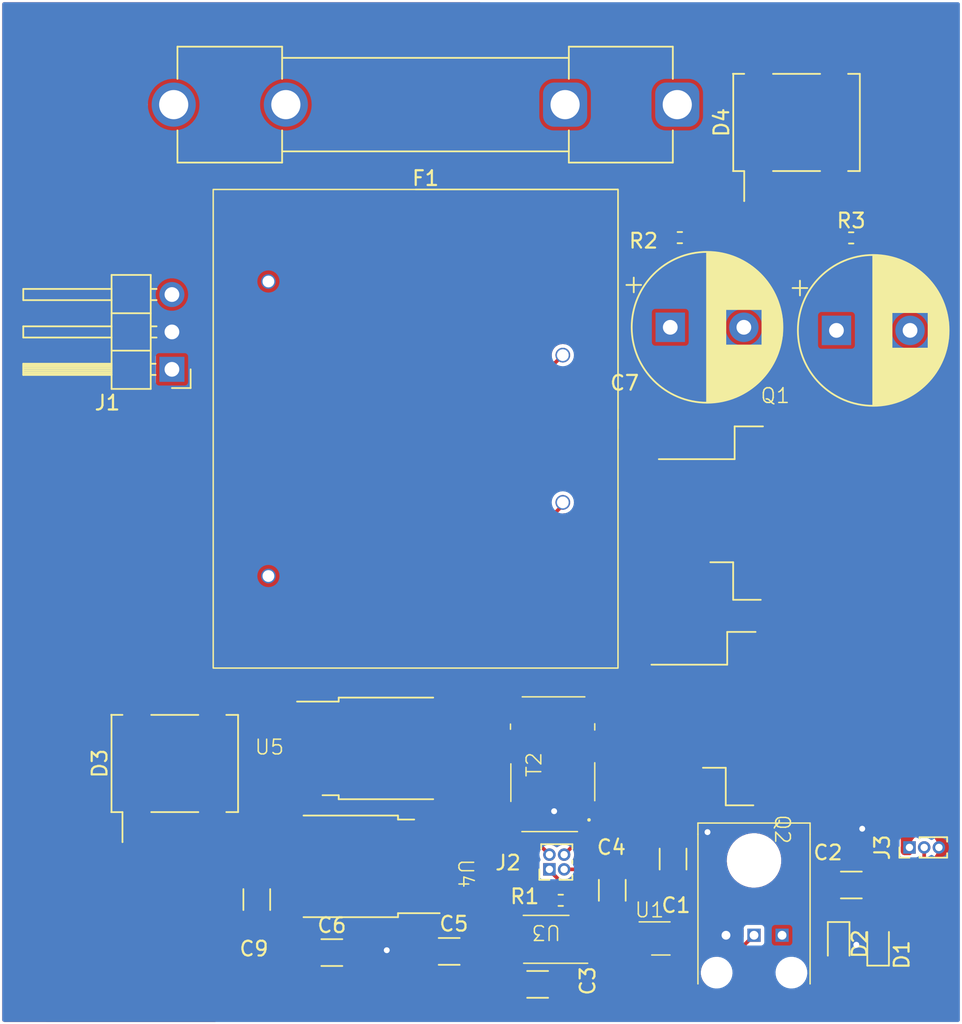
<source format=kicad_pcb>
(kicad_pcb (version 20221018) (generator pcbnew)
  (layers (0 "F.Cu" signal) (31 "B.Cu" signal) (34 "B.Paste" user) (35 "F.Paste" user) (36 "B.SilkS" user "B.Silkscreen") (37 "F.SilkS" user "F.Silkscreen") (38 "B.Mask" user) (39 "F.Mask" user) (44 "Edge.Cuts" user))
  (net 0 "")
  (net 1 "+5V")
  (net 2 "GND")
  (net 3 "+15V")
  (net 4 "Net-(U3-OUTA)")
  (net 5 "Net-(J2-Pin_3)")
  (net 6 "VOUT")
  (net 7 "Net-(D4-+)")
  (net 8 "Net-(J3-Pin_3)")
  (net 9 "Net-(D4--)")
  (net 10 "ANT")
  (net 11 "Net-(T1-SA)")
  (net 12 "Net-(T1-SB)")
  (net 13 "HOT")
  (net 14 "Net-(D4-Pad4)")
  (net 15 "NTRL")
  (net 16 "Net-(J2-Pin_1)")
  (net 17 "Net-(J2-Pin_2)")
  (net 18 "Net-(J2-Pin_4)")
  (net 19 "Net-(J3-Pin_1)")
  (net 20 "Net-(Q1-Pad1)")
  (net 21 "Net-(Q2-Pad1)")
  (net 22 "Net-(U3-OUTB)")
  (net 23 "Net-(U1-1Y)")
  (net 24 "Net-(U1-2Y)")
  (net 25 "Net-(U2-OUT)")
  (footprint "TeslaCoil_JDG:AS3010-U-0100-120-S" (layer "F.Cu") (at 104.42 82.18)
    (fp_text reference "T1" hide)
    (fp_text value "Transformer_1P_1S")
    (pad "1" thru_hole circle (at -10 -10) (size 1 1) (drill 0.8) (layers "*.Cu" "*.Mask") (net 13 "HOT"))
    (pad "2" thru_hole circle (at -10 10) (size 1 1) (drill 0.8) (layers "*.Cu" "*.Mask") (net 15 "NTRL"))
    (pad "3" thru_hole circle (at 10 5) (size 1 1) (drill 0.8) (layers "*.Cu" "*.Mask") (net 11 "Net-(T1-SA)"))
    (pad "4" thru_hole circle (at 10 -5) (size 1 1) (drill 0.8) (layers "*.Cu" "*.Mask") (net 12 "Net-(T1-SB)"))
  )
  (footprint "Diode_SMD:Diode_Bridge_Vishay_DFS" (layer "F.Cu") (at 130.3 61.38 90)
    (fp_text reference "D4" (at 0 -5.1 90) (layer "F.SilkS"))
    (fp_text value "DF206S-G")
    (pad "1" smd rect (at -4.37 -2.55 90) (size 2 1.5) (layers "F.Cu" "F.Paste" "F.Mask") (net 7 "Net-(D4-+)"))
    (pad "2" smd rect (at -4.37 2.55 90) (size 2 1.5) (layers "F.Cu" "F.Paste" "F.Mask") (net 9 "Net-(D4--)"))
    (pad "3" smd rect (at 4.37 2.55 90) (size 2 1.5) (layers "F.Cu" "F.Paste" "F.Mask") (net 13 "HOT"))
    (pad "4" smd rect (at 4.37 -2.55 90) (size 2 1.5) (layers "F.Cu" "F.Paste" "F.Mask") (net 14 "Net-(D4-Pad4)"))
  )
  (footprint "Capacitor_SMD:C_1206_3216Metric" (layer "F.Cu") (at 106.7 117.67)
    (fp_text reference "C5" (at 0.32 -1.87) (layer "F.SilkS"))
    (fp_text value "100u")
    (pad "1" smd roundrect (at -1.475 0) (size 1.15 1.8) (layers "F.Cu" "F.Paste" "F.Mask") (roundrect_rratio 0.217391) (net 6 "VOUT"))
    (pad "2" smd roundrect (at 1.475 0) (size 1.15 1.8) (layers "F.Cu" "F.Paste" "F.Mask") (roundrect_rratio 0.217391) (net 2 "GND"))
  )
  (footprint "Connector_PinHeader_1.00mm:PinHeader_1x03_P1.00mm_Vertical" (layer "F.Cu") (at 137.97 110.61 90)
    (fp_text reference "J3" (at 0 -1.85 90) (layer "F.SilkS"))
    (fp_text value "Conn_01x03_Pin" hide)
    (pad "1" thru_hole rect (at 0 0 90) (size 0.85 0.85) (drill 0.5) (layers "*.Cu" "*.Mask") (net 19 "Net-(J3-Pin_1)"))
    (pad "2" thru_hole oval (at 0 1 90) (size 0.85 0.85) (drill 0.5) (layers "*.Cu" "*.Mask") (net 10 "ANT"))
    (pad "3" thru_hole oval (at 0 2 90) (size 0.85 0.85) (drill 0.5) (layers "*.Cu" "*.Mask") (net 8 "Net-(J3-Pin_3)"))
  )
  (footprint "Connector_PinHeader_1.00mm:PinHeader_2x02_P1.00mm_Vertical" (layer "F.Cu") (at 113.51 112.1 90)
    (fp_text reference "J2" (at 0.45 -2.81) (layer "F.SilkS"))
    (fp_text value "Conn_02x02_Counter_Clockwise" hide)
    (pad "1" thru_hole rect (at 0 0 90) (size 0.85 0.85) (drill 0.5) (layers "*.Cu" "*.Mask") (net 16 "Net-(J2-Pin_1)"))
    (pad "2" thru_hole oval (at 1 0 90) (size 0.85 0.85) (drill 0.5) (layers "*.Cu" "*.Mask") (net 17 "Net-(J2-Pin_2)"))
    (pad "3" thru_hole oval (at 0 1 90) (size 0.85 0.85) (drill 0.5) (layers "*.Cu" "*.Mask") (net 5 "Net-(J2-Pin_3)"))
    (pad "4" thru_hole oval (at 1 1 90) (size 0.85 0.85) (drill 0.5) (layers "*.Cu" "*.Mask") (net 18 "Net-(J2-Pin_4)"))
  )
  (footprint "TeslaCoil_JDG:STGB19NC60KDT4" (layer "F.Cu") (at 129.4425 87.895)
    (fp_text reference "Q1" (at -0.59 -7.96 unlocked) (layer "F.SilkS") (effects (font (thickness 0.1))))
    (fp_text value "~" hide)
    (pad "1" smd roundrect (at -6.7125 -2.565) (size 3.5 1.6) (layers "F.Cu" "F.Paste" "F.Mask") (roundrect_rratio 0.227273) (net 20 "Net-(Q1-Pad1)"))
    (pad "2" smd roundrect (at 3.5625 -0.025) (size 9.75 12.2) (layers "F.Cu" "F.Mask") (roundrect_rratio 0.026596) (net 7 "Net-(D4-+)"))
    (pad "3" smd roundrect (at -6.7125 2.515) (size 3.5 1.6) (layers "F.Cu" "F.Paste" "F.Mask") (roundrect_rratio 0.227273) (net 19 "Net-(J3-Pin_1)"))
  )
  (footprint "Capacitor_SMD:C_1206_3216Metric" (layer "F.Cu") (at 112.71 119.91)
    (fp_text reference "C3" (at 3.4 -0.24 90) (layer "F.SilkS"))
    (fp_text value "1u" hide)
    (pad "1" smd roundrect (at -1.475 0) (size 1.15 1.8) (layers "F.Cu" "F.Paste" "F.Mask") (roundrect_rratio 0.217391) (net 3 "+15V"))
    (pad "2" smd roundrect (at 1.475 0) (size 1.15 1.8) (layers "F.Cu" "F.Paste" "F.Mask") (roundrect_rratio 0.217391) (net 2 "GND"))
  )
  (footprint "Capacitor_SMD:C_1206_3216Metric" (layer "F.Cu") (at 117.78 113.52 90)
    (fp_text reference "C4" (at 2.92 -0.06 180) (layer "F.SilkS"))
    (fp_text value "1u" hide)
    (pad "1" smd roundrect (at -1.475 0 90) (size 1.15 1.8) (layers "F.Cu" "F.Paste" "F.Mask") (roundrect_rratio 0.217391) (net 4 "Net-(U3-OUTA)"))
    (pad "2" smd roundrect (at 1.475 0 90) (size 1.15 1.8) (layers "F.Cu" "F.Paste" "F.Mask") (roundrect_rratio 0.217391) (net 5 "Net-(J2-Pin_3)"))
  )
  (footprint "Resistor_SMD:R_0402_1005Metric" (layer "F.Cu") (at 114.28 114.2)
    (fp_text reference "R1" (at -2.45 -0.26) (layer "F.SilkS"))
    (fp_text value "4.7" hide)
    (pad "1" smd roundrect (at -0.51 0) (size 0.54 0.64) (layers "F.Cu" "F.Paste" "F.Mask") (net 22 "Net-(U3-OUTB)"))
    (pad "2" smd roundrect (at 0.51 0) (size 0.54 0.64) (layers "F.Cu" "F.Paste" "F.Mask") (net 16 "Net-(J2-Pin_1)"))
  )
  (footprint "Fuse:Fuseholder_Clip-6.3x32mm_Littelfuse_102_122_Inline_P34.21x7.62mm_D1.98mm_Horizontal" (layer "F.Cu") (at 122.195 60.17 180)
    (fp_text reference "F1" (at 17.1 -5) (layer "F.SilkS"))
    (fp_text value "4A")
    (pad "1" thru_hole roundrect (at 0 0 180) (size 3 3) (drill 1.98) (layers "*.Cu" "*.Mask") (net 14 "Net-(D4-Pad4)"))
    (pad "1" thru_hole roundrect (at 7.62 0 180) (size 3 3) (drill 1.98) (layers "*.Cu" "*.Mask") (net 14 "Net-(D4-Pad4)"))
    (pad "2" thru_hole circle (at 26.59 0 180) (size 3 3) (drill 1.98) (layers "*.Cu" "*.Mask") (net 15 "NTRL"))
    (pad "2" thru_hole circle (at 34.21 0 180) (size 3 3) (drill 1.98) (layers "*.Cu" "*.Mask") (net 15 "NTRL"))
  )
  (footprint "TeslaCoil_JDG:L7805ABD2T-TR" (layer "F.Cu") (at 100.965 111.895 180)
    (fp_text reference "U4" (at -6.855 -0.485 270 unlocked) (layer "F.SilkS") (effects (font (thickness 0.1))))
    (fp_text value "7815L" hide)
    (pad "1" smd roundrect (at -3.99 -2.286 180) (size 2.8 1.5) (layers "F.Cu" "F.Paste" "F.Mask") (roundrect_rratio 0.208333) (net 6 "VOUT"))
    (pad "2" smd roundrect (at 2.26 0 180) (size 6.1 6.3) (layers "F.Cu" "F.Mask") (roundrect_rratio 0.043103) (net 2 "GND"))
    (pad "3" smd roundrect (at -3.99 2.286 180) (size 2.8 1.5) (layers "F.Cu" "F.Paste" "F.Mask") (roundrect_rratio 0.208333) (net 3 "+15V"))
  )
  (footprint "TeslaCoil_JDG:SN74LVC2G14-Q1" (layer "F.Cu") (at 121.08 116.84 -90)
    (fp_text reference "U1" (at -1.98 0.77 unlocked) (layer "F.SilkS") (effects (font (thickness 0.1))))
    (fp_text value "~" hide)
    (pad "1" smd rect (at -0.65 1.1 270) (size 0.35 0.85) (layers "F.Cu" "F.Paste" "F.Mask") (net 10 "ANT"))
    (pad "2" smd rect (at 0 1.1 270) (size 0.35 0.85) (layers "F.Cu" "F.Paste" "F.Mask") (net 2 "GND"))
    (pad "3" smd rect (at 0.65 1.1 270) (size 0.35 0.85) (layers "F.Cu" "F.Paste" "F.Mask") (net 23 "Net-(U1-1Y)"))
    (pad "4" smd rect (at 0.65 -1.1 270) (size 0.35 0.85) (layers "F.Cu" "F.Paste" "F.Mask") (net 24 "Net-(U1-2Y)"))
    (pad "5" smd rect (at 0 -1.1 270) (size 0.35 0.85) (layers "F.Cu" "F.Paste" "F.Mask") (net 1 "+5V"))
    (pad "6" smd rect (at -0.65 -1.1 270) (size 0.35 0.85) (layers "F.Cu" "F.Paste" "F.Mask") (net 23 "Net-(U1-1Y)"))
  )
  (footprint "Capacitor_SMD:C_1206_3216Metric" (layer "F.Cu") (at 98.73 117.75)
    (fp_text reference "C6" (at 0 -1.85) (layer "F.SilkS"))
    (fp_text value "100u" hide)
    (pad "1" smd roundrect (at -1.475 0) (size 1.15 1.8) (layers "F.Cu" "F.Paste" "F.Mask") (roundrect_rratio 0.217391) (net 3 "+15V"))
    (pad "2" smd roundrect (at 1.475 0) (size 1.15 1.8) (layers "F.Cu" "F.Paste" "F.Mask") (roundrect_rratio 0.217391) (net 2 "GND"))
  )
  (footprint "Resistor_SMD:R_0402_1005Metric" (layer "F.Cu") (at 134.01 69.22)
    (fp_text reference "R3" (at 0 -1.17) (layer "F.SilkS"))
    (fp_text value "100k" hide)
    (pad "1" smd roundrect (at -0.51 0) (size 0.54 0.64) (layers "F.Cu" "F.Paste" "F.Mask") (net 8 "Net-(J3-Pin_3)"))
    (pad "2" smd roundrect (at 0.51 0) (size 0.54 0.64) (layers "F.Cu" "F.Paste" "F.Mask") (net 9 "Net-(D4--)"))
  )
  (footprint "Diode_SMD:D_0603_1608Metric" (layer "F.Cu") (at 135.84 117.15 90)
    (fp_text reference "D1" (at -0.75 1.61 90) (layer "F.SilkS"))
    (fp_text value "D" hide)
    (pad "1" smd roundrect (at -0.7875 0 90) (size 0.875 0.95) (layers "F.Cu" "F.Paste" "F.Mask") (net 1 "+5V"))
    (pad "2" smd roundrect (at 0.7875 0 90) (size 0.875 0.95) (layers "F.Cu" "F.Paste" "F.Mask") (net 10 "ANT"))
  )
  (footprint "Capacitor_SMD:C_1206_3216Metric" (layer "F.Cu") (at 93.63 114.15 -90)
    (fp_text reference "C9" (at 3.34 0.19 -180) (layer "F.SilkS"))
    (fp_text value "100u" hide)
    (pad "1" smd roundrect (at -1.475 0 270) (size 1.15 1.8) (layers "F.Cu" "F.Paste" "F.Mask") (roundrect_rratio 0.217391) (net 1 "+5V"))
    (pad "2" smd roundrect (at 1.475 0 270) (size 1.15 1.8) (layers "F.Cu" "F.Paste" "F.Mask") (roundrect_rratio 0.217391) (net 2 "GND"))
  )
  (footprint "TeslaCoil_JDG:UCC27425" (layer "F.Cu") (at 113.26 116.925 180)
    (fp_text reference "U3" (at -0.0375 0.54 180 unlocked) (layer "F.SilkS") (effects (font (thickness 0.1))))
    (fp_text value "~" hide)
    (pad "1" smd roundrect (at -2.2 -0.955 270) (size 0.45 1.4) (layers "*.Mask" "F.Cu" "F.Paste") (net 25 "Net-(U2-OUT)"))
    (pad "2" smd roundrect (at -2.2 -0.305 270) (size 0.45 1.4) (layers "*.Mask" "F.Cu" "F.Paste") (net 24 "Net-(U1-2Y)"))
    (pad "3" smd roundrect (at -2.2 0.345 270) (size 0.45 1.4) (layers "F.Cu" "F.Paste" "F.Mask") (net 2 "GND"))
    (pad "4" smd roundrect (at -2.2 0.995 270) (size 0.45 1.4) (layers "*.Mask" "F.Cu" "F.Paste") (net 24 "Net-(U1-2Y)"))
    (pad "5" smd roundrect (at 2.2 0.995 270) (size 0.45 1.4) (layers "*.Mask" "F.Cu" "F.Paste") (net 22 "Net-(U3-OUTB)"))
    (pad "6" smd roundrect (at 2.2 0.345 270) (size 0.45 1.4) (layers "*.Mask" "F.Cu" "F.Paste") (net 3 "+15V"))
    (pad "7" smd roundrect (at 2.2 -0.305 270) (size 0.45 1.4) (layers "*.Mask" "F.Cu" "F.Paste") (net 4 "Net-(U3-OUTA)"))
    (pad "8" smd roundrect (at 2.2 -0.955 270) (size 0.45 1.4) (layers "F.Cu" "F.Paste" "B.Mask") (net 25 "Net-(U2-OUT)"))
  )
  (footprint "Capacitor_THT:CP_Radial_D10.0mm_P5.00mm" (layer "F.Cu") (at 121.72 75.29)
    (fp_text reference "C7" (at -3.102323 3.78) (layer "F.SilkS"))
    (fp_text value "47u" hide)
    (pad "1" thru_hole rect (at 0 0) (size 2 2) (drill 1) (layers "*.Cu" "*.Mask") (net 7 "Net-(D4-+)"))
    (pad "2" thru_hole circle (at 5 0) (size 2 2) (drill 1) (layers "*.Cu" "*.Mask") (net 8 "Net-(J3-Pin_3)"))
  )
  (footprint "TeslaCoil_JDG:L7805ABD2T-TR" (layer "F.Cu") (at 101.455 103.885)
    (fp_text reference "U5" (at -6.965 -0.085 unlocked) (layer "F.SilkS") (effects (font (thickness 0.1))))
    (fp_text value "78L05Z" hide)
    (pad "1" smd roundrect (at -3.99 -2.286) (size 2.8 1.5) (layers "F.Cu" "F.Paste" "F.Mask") (roundrect_rratio 0.208333) (net 6 "VOUT"))
    (pad "2" smd roundrect (at 2.26 0) (size 6.1 6.3) (layers "F.Cu" "F.Mask") (roundrect_rratio 0.043103) (net 2 "GND"))
    (pad "3" smd roundrect (at -3.99 2.286) (size 2.8 1.5) (layers "F.Cu" "F.Paste" "F.Mask") (roundrect_rratio 0.208333) (net 1 "+5V"))
  )
  (footprint "TeslaCoil_JDG:STGB19NC60KDT4" (layer "F.Cu") (at 128.94 101.85)
    (fp_text reference "Q2" (at 0.4 7.53 -90 unlocked) (layer "F.SilkS") (effects (font (thickness 0.1))))
    (fp_text value "~" hide)
    (pad "1" smd roundrect (at -6.7125 -2.565) (size 3.5 1.6) (layers "F.Cu" "F.Paste" "F.Mask") (roundrect_rratio 0.227273) (net 21 "Net-(Q2-Pad1)"))
    (pad "2" smd roundrect (at 3.5625 -0.025) (size 9.75 12.2) (layers "F.Cu" "F.Mask") (roundrect_rratio 0.026596) (net 19 "Net-(J3-Pin_1)"))
    (pad "3" smd roundrect (at -6.7125 2.515) (size 3.5 1.6) (layers "F.Cu" "F.Paste" "F.Mask") (roundrect_rratio 0.227273) (net 9 "Net-(D4--)"))
  )
  (footprint "Capacitor_THT:CP_Radial_D10.0mm_P5.00mm" (layer "F.Cu") (at 133.01 75.5)
    (fp_text reference "C8" hide)
    (fp_text value "47u" hide)
    (pad "1" thru_hole rect (at 0 0) (size 2 2) (drill 1) (layers "*.Cu" "*.Mask") (net 8 "Net-(J3-Pin_3)"))
    (pad "2" thru_hole circle (at 5 0) (size 2 2) (drill 1) (layers "*.Cu" "*.Mask") (net 9 "Net-(D4--)"))
  )
  (footprint "Resistor_SMD:R_0402_1005Metric" (layer "F.Cu") (at 122.37 69.2)
    (fp_text reference "R2" (at -2.47 0.22) (layer "F.SilkS"))
    (fp_text value "100K" hide)
    (pad "1" smd roundrect (at -0.51 0) (size 0.54 0.64) (layers "F.Cu" "F.Paste" "F.Mask") (net 7 "Net-(D4-+)"))
    (pad "2" smd roundrect (at 0.51 0) (size 0.54 0.64) (layers "F.Cu" "F.Paste" "F.Mask") (net 8 "Net-(J3-Pin_3)"))
  )
  (footprint "Diode_SMD:D_0603_1608Metric" (layer "F.Cu") (at 133.16 117.16 -90)
    (fp_text reference "D2" (at 0 -1.43 90) (layer "F.SilkS"))
    (fp_text value "D" hide)
    (pad "1" smd roundrect (at -0.7875 0 270) (size 0.875 0.95) (layers "F.Cu" "F.Paste" "F.Mask") (net 10 "ANT"))
    (pad "2" smd roundrect (at 0.7875 0 270) (size 0.875 0.95) (layers "F.Cu" "F.Paste" "F.Mask") (net 2 "GND"))
  )
  (footprint "Diode_SMD:Diode_Bridge_Vishay_DFS" (layer "F.Cu") (at 88.06 104.91 90)
    (fp_text reference "D3" (at 0 -5.1 90) (layer "F.SilkS"))
    (fp_text value "DF005s")
    (pad "1" smd rect (at -4.37 -2.55 90) (size 2 1.5) (layers "F.Cu" "F.Paste" "F.Mask") (net 6 "VOUT"))
    (pad "2" smd rect (at -4.37 2.55 90) (size 2 1.5) (layers "F.Cu" "F.Paste" "F.Mask") (net 2 "GND"))
    (pad "3" smd rect (at 4.37 2.55 90) (size 2 1.5) (layers "F.Cu" "F.Paste" "F.Mask") (net 11 "Net-(T1-SA)"))
    (pad "4" smd rect (at 4.37 -2.55 90) (size 2 1.5) (layers "F.Cu" "F.Paste" "F.Mask") (net 12 "Net-(T1-SB)"))
  )
  (footprint "Connector_PinHeader_2.54mm:PinHeader_1x03_P2.54mm_Horizontal" (layer "F.Cu") (at 87.865 78.145 180)
    (fp_text reference "J1" (at 4.385 -2.27 180) (layer "F.SilkS"))
    (fp_text value "Conn_01x03_Pin")
    (pad "1" thru_hole rect (at 0 0 180) (size 1.7 1.7) (drill 1) (layers "*.Cu" "*.Mask") (net 13 "HOT"))
    (pad "2" thru_hole oval (at 0 2.54 180) (size 1.7 1.7) (drill 1) (layers "*.Cu" "*.Mask") (net 2 "GND"))
    (pad "3" thru_hole oval (at 0 5.08 180) (size 1.7 1.7) (drill 1) (layers "*.Cu" "*.Mask") (net 15 "NTRL"))
  )
  (footprint "Capacitor_SMD:C_1206_3216Metric" (layer "F.Cu") (at 134.02 113.16)
    (fp_text reference "C2" (at -1.59 -2.2) (layer "F.SilkS"))
    (fp_text value "1u" hide)
    (pad "1" smd roundrect (at -1.475 0) (size 1.15 1.8) (layers "F.Cu" "F.Paste" "F.Mask") (roundrect_rratio 0.217391) (net 1 "+5V"))
    (pad "2" smd roundrect (at 1.475 0) (size 1.15 1.8) (layers "F.Cu" "F.Paste" "F.Mask") (roundrect_rratio 0.217391) (net 2 "GND"))
  )
  (footprint "Capacitor_SMD:C_1206_3216Metric" (layer "F.Cu") (at 121.91 111.4 90)
    (fp_text reference "C1" (at -3.14 0.2 180) (layer "F.SilkS"))
    (fp_text value "1u" hide)
    (pad "1" smd roundrect (at -1.475 0 90) (size 1.15 1.8) (layers "F.Cu" "F.Paste" "F.Mask") (roundrect_rratio 0.217391) (net 1 "+5V"))
    (pad "2" smd roundrect (at 1.475 0 90) (size 1.15 1.8) (layers "F.Cu" "F.Paste" "F.Mask") (roundrect_rratio 0.217391) (net 2 "GND"))
  )
  (footprint "TeslaCoil_JDG:IF-D95T" (layer "F.Cu") (at 127.397418 114.432948 180)
    (fp_text reference "U2" hide)
    (fp_text value "~" hide)
    (pad "" np_thru_hole circle (at -2.552582 -4.679552 180) (size 1.65 1.65) (drill 1.65) (layers "F&B.Cu" "*.Mask"))
    (pad "" np_thru_hole circle (at -0.012582 2.940448 180) (size 3.2 3.2) (drill 3.2) (layers "F&B.Cu" "*.Mask"))
    (pad "" np_thru_hole circle (at 2.527418 -4.679552 180) (size 1.65 1.65) (drill 1.65) (layers "F&B.Cu" "*.Mask"))
    (pad "1" thru_hole rect (at -1.917582 -2.139552 180) (size 0.9 0.9) (drill 0.6) (layers "*.Cu" "*.Mask") (net 1 "+5V"))
    (pad "2" thru_hole rect (at -0.012582 -2.139552 180) (size 0.9 0.9) (drill 0.6) (layers "*.Cu" "*.Mask") (net 25 "Net-(U2-OUT)"))
    (pad "3" thru_hole rect (at 1.892418 -2.139552 180) (size 0.9 0.9) (drill 0.6) (layers "*.Cu" "*.Mask") (net 2 "GND"))
  )
  (footprint "TeslaCoil_JDG:PA2002NL" (layer "F.Cu") (at 113.74 104.96 90)
    (fp_text reference "T2" (at -0.025 -1.275 90 unlocked) (layer "F.SilkS") (effects (font (thickness 0.1))))
    (fp_text value "~" hide)
    (pad "1" smd rect (at -3.81 3.49 90) (size 1.52 1.27) (layers "F.Cu" "F.Paste" "F.Mask") (net 18 "Net-(J2-Pin_4)"))
    (pad "3" smd rect (at 1.27 3.49 90) (size 1.52 1.27) (layers "F.Cu" "F.Paste") (net 19 "Net-(J3-Pin_1)"))
    (pad "4" smd rect (at 3.81 3.49 90) (size 1.52 1.27) (layers "F.Cu" "F.Paste" "F.Mask") (net 21 "Net-(Q2-Pad1)"))
    (pad "5" smd rect (at 3.81 -3.49 90) (size 1.52 1.27) (layers "F.Cu" "F.Paste" "F.Mask") (net 9 "Net-(D4--)"))
    (pad "6" smd rect (at 1.27 -3.49 90) (size 1.52 1.27) (layers "F.Cu" "F.Paste") (net 20 "Net-(Q1-Pad1)"))
    (pad "8" smd rect (at -3.81 -3.49 90) (size 1.52 1.27) (layers "F.Cu" "F.Paste" "F.Mask") (net 17 "Net-(J2-Pin_2)"))
  )
  (via (at 134.76 109.34) (size 0.8) (drill 0.4) (layers "F.Cu" "B.Cu") (net 2))
  (via (at 113.83 108.15) (size 0.8) (drill 0.4) (layers "F.Cu" "B.Cu") (net 2))
  (via (at 124.25 109.57) (size 0.8) (drill 0.4) (layers "F.Cu" "B.Cu") (net 2))
  (via (at 102.46 117.59) (size 0.8) (drill 0.4) (layers "F.Cu" "B.Cu") (net 2))
  (via (at 134.36 117.22) (size 0.8) (drill 0.4) (layers "F.Cu" "B.Cu") (net 2))
  (segment (start 111.728718 117.23) (end 111.06 117.23) (width 0.25) (layer "F.Cu") (net 4))
  (segment (start 117.78 114.995) (end 113.963718 114.995) (width 0.25) (layer "F.Cu") (net 4))
  (segment (start 113.963718 114.995) (end 111.728718 117.23) (width 0.25) (layer "F.Cu") (net 4))
  (segment (start 114.51 112.1) (end 117.725 112.1) (width 0.25) (layer "F.Cu") (net 5))
  (segment (start 117.725 112.1) (end 117.78 112.045) (width 0.25) (layer "F.Cu") (net 5))
  (segment (start 120.09 108.62) (end 119.89 108.82) (width 0.25) (layer "F.Cu") (net 10))
  (segment (start 138.97 113.2325) (end 138.97 110.61) (width 0.25) (layer "F.Cu") (net 10))
  (segment (start 133.0575 109.5175) (end 132.3075 109.5175) (width 0.25) (layer "F.Cu") (net 10))
  (segment (start 132.3075 109.5175) (end 131.41 108.62) (width 0.25) (layer "F.Cu") (net 10))
  (segment (start 133.445 115.265) (end 134.12 114.59) (width 0.25) (layer "F.Cu") (net 10))
  (segment (start 131.41 108.62) (end 120.09 108.62) (width 0.25) (layer "F.Cu") (net 10))
  (segment (start 134.12 114.59) (end 134.12 110.58) (width 0.25) (layer "F.Cu") (net 10))
  (segment (start 135.83 116.3725) (end 135.84 116.3625) (width 0.25) (layer "F.Cu") (net 10))
  (segment (start 119.98 108.91) (end 119.98 116.19) (width 0.25) (layer "F.Cu") (net 10))
  (segment (start 135.84 116.3625) (end 138.97 113.2325) (width 0.25) (layer "F.Cu") (net 10))
  (segment (start 133.16 116.3725) (end 135.83 116.3725) (width 0.25) (layer "F.Cu") (net 10))
  (segment (start 133.445 116.0875) (end 133.445 115.265) (width 0.25) (layer "F.Cu") (net 10))
  (segment (start 133.16 116.3725) (end 133.445 116.0875) (width 0.25) (layer "F.Cu") (net 10))
  (segment (start 119.89 108.82) (end 119.98 108.91) (width 0.25) (layer "F.Cu") (net 10))
  (segment (start 134.12 110.58) (end 133.0575 109.5175) (width 0.25) (layer "F.Cu") (net 10))
  (segment (start 114.42 87.37) (end 114.42 87.18) (width 0.25) (layer "F.Cu") (net 11))
  (segment (start 94.01 97.14) (end 104.65 97.14) (width 0.25) (layer "F.Cu") (net 11))
  (segment (start 90.61 100.54) (end 94.01 97.14) (width 0.25) (layer "F.Cu") (net 11))
  (segment (start 104.65 97.14) (end 114.42 87.37) (width 0.25) (layer "F.Cu") (net 11))
  (segment (start 110.71 85.82) (end 110.71 80.89) (width 0.25) (layer "F.Cu") (net 12))
  (segment (start 85.51 100.54) (end 89.36 96.69) (width 0.25) (layer "F.Cu") (net 12))
  (segment (start 89.36 96.69) (end 91.91 96.69) (width 0.25) (layer "F.Cu") (net 12))
  (segment (start 101.35 95.18) (end 110.71 85.82) (width 0.25) (layer "F.Cu") (net 12))
  (segment (start 93.42 95.18) (end 101.35 95.18) (width 0.25) (layer "F.Cu") (net 12))
  (segment (start 91.91 96.69) (end 93.42 95.18) (width 0.25) (layer "F.Cu") (net 12))
  (segment (start 110.71 80.89) (end 114.42 77.18) (width 0.25) (layer "F.Cu") (net 12))
  (segment (start 114.79 113.440661) (end 114.79 114.2) (width 0.25) (layer "F.Cu") (net 16))
  (segment (start 113.51 112.1) (end 113.51 112.160661) (width 0.25) (layer "F.Cu") (net 16))
  (segment (start 113.51 112.160661) (end 114.79 113.440661) (width 0.25) (layer "F.Cu") (net 16))
  (segment (start 110.25 108.77) (end 111.18 108.77) (width 0.25) (layer "F.Cu") (net 17))
  (segment (start 111.18 108.77) (end 113.51 111.1) (width 0.25) (layer "F.Cu") (net 17))
  (segment (start 116.84 108.77) (end 117.23 108.77) (width 0.25) (layer "F.Cu") (net 18))
  (segment (start 114.51 111.1) (end 116.84 108.77) (width 0.25) (layer "F.Cu") (net 18))
  (segment (start 111.06 115.93) (end 112.04 115.93) (width 0.25) (layer "F.Cu") (net 22))
  (segment (start 112.04 115.93) (end 113.77 114.2) (width 0.25) (layer "F.Cu") (net 22))
  (segment (start 121.505 116.19) (end 122.18 116.19) (width 0.25) (layer "F.Cu") (net 23))
  (segment (start 119.98 117.49) (end 120.655 117.49) (width 0.25) (layer "F.Cu") (net 23))
  (segment (start 121.43 116.265) (end 121.505 116.19) (width 0.25) (layer "F.Cu") (net 23))
  (segment (start 121.43 116.715) (end 121.43 116.265) (width 0.25) (layer "F.Cu") (net 23))
  (segment (start 120.655 117.49) (end 121.43 116.715) (width 0.25) (layer "F.Cu") (net 23))
  (segment (start 115.46 115.93) (end 114.791282 115.93) (width 0.25) (layer "F.Cu") (net 24))
  (segment (start 114.435 116.925) (end 114.74 117.23) (width 0.25) (layer "F.Cu") (net 24))
  (segment (start 115.46 117.23) (end 117.69 117.23) (width 0.25) (layer "F.Cu") (net 24))
  (segment (start 114.74 117.23) (end 115.46 117.23) (width 0.25) (layer "F.Cu") (net 24))
  (segment (start 117.69 117.23) (end 118.45 117.99) (width 0.25) (layer "F.Cu") (net 24))
  (segment (start 114.435 116.286282) (end 114.435 116.925) (width 0.25) (layer "F.Cu") (net 24))
  (segment (start 121.68 117.99) (end 122.18 117.49) (width 0.25) (layer "F.Cu") (net 24))
  (segment (start 114.791282 115.93) (end 114.435 116.286282) (width 0.25) (layer "F.Cu") (net 24))
  (segment (start 118.45 117.99) (end 121.68 117.99) (width 0.25) (layer "F.Cu") (net 24))
  (segment (start 115.46 117.88) (end 111.06 117.88) (width 0.25) (layer "F.Cu") (net 25))
  (segment (start 122.36 118.44) (end 116.02 118.44) (width 0.25) (layer "F.Cu") (net 25))
  (segment (start 126.07 117.9125) (end 122.8875 117.9125) (width 0.25) (layer "F.Cu") (net 25))
  (segment (start 122.8875 117.9125) (end 122.36 118.44) (width 0.25) (layer "F.Cu") (net 25))
  (segment (start 116.02 118.44) (end 115.46 117.88) (width 0.25) (layer "F.Cu") (net 25))
  (segment (start 127.41 116.5725) (end 126.07 117.9125) (width 0.25) (layer "F.Cu") (net 25))
  (zone (net 1) (net_name "+5V") (layer "F.Cu") (priority 1) (connect_pads yes (clearance 0.3)) (min_thickness 0.25) (fill yes (thermal_gap 0.5) (thermal_bridge_width 0.5) (smoothing fillet) (radius 0.25) (island_removal_mode 1) (island_area_min 10))
    (polygon (pts (xy 98.87 105.25) (xy 98.88 107.6) (xy 94.92 107.6) (xy 94.82 113.48) (xy 92.19 113.45) (xy 92.21 121.33) (xy 123.38 121.29) (xy 123.37 120.4) (xy 128.1 120.3) (xy 128.12 115.78) (xy 123.69 115.71) (xy 123.72 116.96) (xy 121.71 117.02) (xy 121.69 116.64) (xy 123.12 116.63) (xy 123.04 113.57) (xy 120.89 113.6) (xy 120.89 112.25) (xy 124.75 112.26) (xy 124.73 114.92) (xy 130.66 114.96) (xy 130.65 111.93) (xy 133.35 111.97) (xy 133.35 114.49) (xy 131.92 114.52) (xy 131.92 118.76) (xy 135.11 118.78) (xy 135.07 117.23) (xy 136.63 117.28) (xy 136.62 119.66) (xy 131.21 119.66) (xy 131.27 117.29) (xy 128.83 117.28) (xy 128.77 122.25) (xy 91.17 122.39) (xy 91.29 111.89) (xy 94.08 111.88) (xy 94.07 105.3)))
  )
  (zone (net 20) (net_name "Net-(Q1-Pad1)") (layer "F.Cu") (priority 1) (connect_pads yes (clearance 0.5)) (min_thickness 0.25) (fill yes (thermal_gap 0.5) (thermal_bridge_width 0.5) (smoothing fillet) (radius 0.25) (island_removal_mode 1) (island_area_min 10))
    (polygon (pts (xy 109.54 102.84) (xy 109.55 105.02) (xy 115.64 105) (xy 115.78 105) (xy 115.85 105.14) (xy 115.86 99.9) (xy 119.66 99.77) (xy 119.7 86.67) (xy 125.15 86.68) (xy 125.15 83.97) (xy 117.22 84.1) (xy 117.3 98.05) (xy 113.86 98.21) (xy 113.83 100.15) (xy 113.83 100.34) (xy 112.2 100.33) (xy 112.2 102.88)))
  )
  (zone (net 3) (net_name "+15V") (layer "F.Cu") (priority 1) (connect_pads yes (clearance 0.25)) (min_thickness 0.25) (fill yes (thermal_gap 0.5) (thermal_bridge_width 0.5) (smoothing fillet) (radius 0.25) (island_removal_mode 1) (island_area_min 10))
    (polygon (pts (xy 103.48 108.73) (xy 103.48 110.4) (xy 108.61 110.4) (xy 108.64 115.49) (xy 109.2 115.37) (xy 109.22 118.93) (xy 109.16 119.22) (xy 98.15 119.5) (xy 98.21 116.3) (xy 96.15 116.27) (xy 96.1 120.83) (xy 112.08 120.85) (xy 112.06 118.74) (xy 110.1 118.72) (xy 110.1 116.82) (xy 111.8 116.82) (xy 111.82 116.34) (xy 110.11 116.36) (xy 110.05 109.88) (xy 107.02 109.87) (xy 107 108.68)))
  )
  (zone (net 9) (net_name "Net-(D4--)") (layer "F.Cu") (priority 1) (connect_pads yes (clearance 0.5)) (min_thickness 0.25) (fill yes (thermal_gap 0.5) (thermal_bridge_width 0.5) (smoothing fillet) (radius 0.25) (island_removal_mode 1) (island_area_min 10))
    (polygon (pts (xy 124.3 103.34) (xy 124.33 106.28) (xy 108.23 106.28) (xy 108.23 99.3) (xy 108.25 96.42) (xy 112.14 96.34) (xy 115.23 96.32) (xy 115.27 66.43) (xy 117.78 66.38) (xy 117.84 62.89) (xy 134.38 62.8) (xy 134.35 67.61) (xy 135.5 67.59) (xy 135.52 70.26) (xy 139.9 70.33) (xy 139.91 77.29) (xy 136.73 77.23) (xy 136.69 71.53) (xy 134.02 71.56) (xy 134 68.37) (xy 131.71 68.37) (xy 131.66 63.95) (xy 119.76 63.95) (xy 119.8 68.2) (xy 118.01 68.18) (xy 117.31 68.23) (xy 116.9 97.77) (xy 111.81 97.81) (xy 111.68 100.07) (xy 111.67 100.08) (xy 111.64 102.19) (xy 109.2 102.21) (xy 109.2 105.28) (xy 119.97 105.29) (xy 119.97 103.45)))
  )
  (zone (net 21) (net_name "Net-(Q2-Pad1)") (layer "F.Cu") (priority 1) (connect_pads yes (clearance 0.5)) (min_thickness 0.25) (fill yes (thermal_gap 0.5) (thermal_bridge_width 0.5) (smoothing fillet) (radius 0.25) (island_removal_mode 1) (island_area_min 10))
    (polygon (pts (xy 116.05 99.89) (xy 116.07 102.1) (xy 118.33 102.11) (xy 118.32 100.44) (xy 124.45 100.41) (xy 124.43 98.03) (xy 119.86 98.07) (xy 119.87 99.88)))
  )
  (zone (net 8) (net_name "Net-(J3-Pin_3)") (layer "F.Cu") (priority 1) (connect_pads yes (clearance 0.5)) (min_thickness 0.25) (fill yes (thermal_gap 0.5) (thermal_bridge_width 0.5) (smoothing fillet) (radius 0.25) (island_removal_mode 1) (island_area_min 10))
    (polygon (pts (xy 122.5 68.73) (xy 124.95 68.71) (xy 124.97 73.97) (xy 132.36 73.92) (xy 132.38 68.7) (xy 133.91 68.73) (xy 133.91 73.91) (xy 136.04 73.9) (xy 136.09 79.35) (xy 140.68 79.35) (xy 140.66 111.49) (xy 139.51 111.49) (xy 139.48 80.85) (xy 134.33 80.85) (xy 134.33 76.91) (xy 124 76.92) (xy 124 73.61) (xy 122.57 73.6)))
  )
  (zone (net 14) (net_name "Net-(D4-Pad4)") (layer "F.Cu") (priority 1) (connect_pads yes (clearance 0.5)) (min_thickness 0.25) (fill yes (thermal_gap 0.5) (thermal_bridge_width 0.5) (smoothing fillet) (radius 0.25) (island_removal_mode 1) (island_area_min 10))
    (polygon (pts (xy 112.41 58.32) (xy 112.41 62.37) (xy 125.12 62.42) (xy 125.17 58.5) (xy 129.13 58.48) (xy 129.13 55.92) (xy 112.37 55.96)))
  )
  (zone (net 19) (net_name "Net-(J3-Pin_1)") (layer "F.Cu") (priority 1) (connect_pads yes (clearance 0.5)) (min_thickness 0.25) (fill yes (thermal_gap 0.5) (thermal_bridge_width 0.5) (smoothing fillet) (radius 0.25) (island_removal_mode 1) (island_area_min 10))
    (polygon (pts (xy 116.19 102.53) (xy 116.12 104.71) (xy 118.31 104.72) (xy 118.29 102.9) (xy 127.15 102.82) (xy 127.18 107.99) (xy 137.36 107.96) (xy 137.38 111.14) (xy 138.54 111.13) (xy 138.46 95.21) (xy 124.94 95.09) (xy 124.83 88.68) (xy 120.62 88.79) (xy 120.65 95.44) (xy 120.66 96.36) (xy 125.63 96.36) (xy 125.62 101.92) (xy 118.73 101.92) (xy 118.65 102.51)))
  )
  (zone (net 13) (net_name "HOT") (layer "F.Cu") (priority 1) (connect_pads yes (clearance 0.5)) (min_thickness 0.25) (fill yes (thermal_gap 0.5) (thermal_bridge_width 0.5) (smoothing fillet) (radius 0.25) (island_removal_mode 1) (island_area_min 10))
    (polygon (pts (xy 86.7 76.96) (xy 86.7 79.57) (xy 96.5 79.58) (xy 96.46 66.54) (xy 111.26 66.62) (xy 111.36 55.86) (xy 111.36 55.63) (xy 131.31 55.59) (xy 131.32 58.22) (xy 134.34 58.18) (xy 134.33 53.45) (xy 109.27 53.58) (xy 109.23 64.8) (xy 94.27 64.87) (xy 94.29 70.45) (xy 92.85 70.45) (xy 92.9 76.98)))
  )
  (zone (net 15) (net_name "NTRL") (layer "F.Cu") (priority 1) (connect_pads yes (clearance 0.5)) (min_thickness 0.25) (fill yes (thermal_gap 0.5) (thermal_bridge_width 0.5) (smoothing fillet) (radius 0.25) (island_removal_mode 1) (island_area_min 10))
    (polygon (pts (xy 86.81 74.2) (xy 89.55 74.2) (xy 89.53 62.06) (xy 97.5 62.06) (xy 97.48 58.29) (xy 86.23 58.31) (xy 86.21 70.99) (xy 83.88 71.02) (xy 83.8 93.24) (xy 95.53 93.24) (xy 95.53 91.04) (xy 86.23 91.07) (xy 86.28 74.19)))
  )
  (zone (net 7) (net_name "Net-(D4-+)") (layer "F.Cu") (priority 1) (connect_pads yes (clearance 0.5)) (min_thickness 0.25) (fill yes (thermal_gap 0.5) (thermal_bridge_width 0.5) (smoothing fillet) (radius 0.25) (island_removal_mode 1) (island_area_min 10))
    (polygon (pts (xy 129.08 68.19) (xy 129.05 64.24) (xy 126.14 64.24) (xy 126.21 67.18) (xy 120.34 67.23) (xy 119.98 83.33) (xy 127.67 83.27) (xy 127.76 94.32) (xy 138.04 94.36) (xy 138.05 81.27) (xy 123.65 81.27) (xy 123.47 73.89) (xy 122.39 73.91) (xy 122.38 68.59) (xy 124.96 68.58) (xy 124.93 68.24)))
  )
  (zone (net 6) (net_name "VOUT") (layer "F.Cu") (priority 1) (connect_pads yes (clearance 0.5)) (min_thickness 0.25) (fill yes (thermal_gap 0.5) (thermal_bridge_width 0.5) (smoothing fillet) (radius 0.25) (island_removal_mode 1) (island_area_min 10))
    (polygon (pts (xy 84.51 110.41) (xy 86.47 110.41) (xy 86.51 103.3) (xy 99.05 103.34) (xy 99.11 103.34) (xy 99.19 108.21) (xy 102.18 108.21) (xy 102.16 115.56) (xy 104.49 115.55) (xy 104.49 118.64) (xy 105.85 118.64) (xy 105.88 115.19) (xy 106.51 115.18) (xy 106.48 113.09) (xy 103.05 113.09) (xy 103.06 107.42) (xy 100.24 107.41) (xy 100.29 100.37) (xy 95.18 100.37) (xy 95.16 101.8) (xy 95.16 101.98) (xy 84.61 102.02)))
  )
  (zone (net 2) (net_name "GND") (layers "F&B.Cu") (connect_pads yes (clearance 0.25)) (min_thickness 0.25) (fill yes (thermal_gap 0.5) (thermal_bridge_width 0.5) (smoothing fillet) (radius 0.25))
    (polygon (pts (xy 76.25 53.13) (xy 76.25 122.46) (xy 141.49 122.51) (xy 141.45 53.14)))
  )
)
</source>
